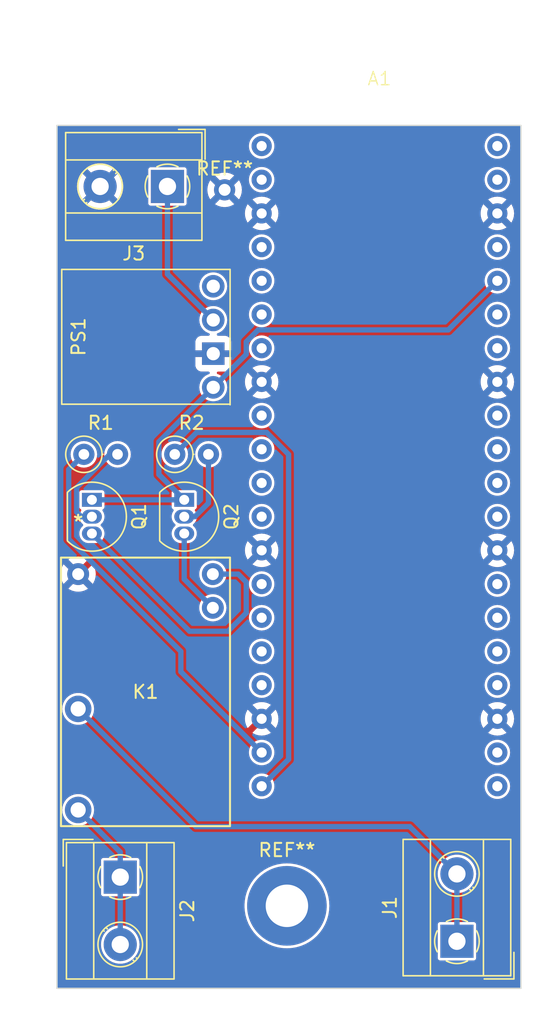
<source format=kicad_pcb>
(kicad_pcb (version 20221018) (generator pcbnew)
  (layers (0 "F.Cu" signal) (31 "B.Cu" signal) (34 "B.Paste" user) (35 "F.Paste" user) (36 "B.SilkS" user "B.Silkscreen") (37 "F.SilkS" user "F.Silkscreen") (38 "B.Mask" user) (39 "F.Mask" user) (44 "Edge.Cuts" user))
  (net 0 "")
  (net 3 "/SIG_IN")
  (net 8 "/SIG_OUT")
  (net 17 "/SET")
  (net 18 "/RESET")
  (net 31 "/3V3")
  (net 33 "/GND")
  (net 36 "/RESET_RELAY")
  (net 37 "/SET_RELAY")
  (net 38 "Net-(Q1-B)")
  (net 39 "Net-(Q2-B)")
  (net 41 "/VIN")
  (footprint "twyleg-connectors:TerminalBlock_MetzConnect_Type101_RT01602HBWC_1x02_P5.08mm_Horizontal" (layer "F.Cu") (at 116.591 55.372 180)
    (fp_text reference "J3" (at 2.54 -5.06 180) (layer "F.SilkS"))
    (fp_text value "Screw_Terminal_01x02")
    (fp_line (start -2.84 2.06) (end -2.84 4.3) (stroke (width 0.12)) (layer "F.SilkS"))
    (fp_line (start -2.84 4.3) (end -0.84 4.3) (stroke (width 0.12)) (layer "F.SilkS"))
    (fp_line (start -2.6 -4.06) (end -2.6 4.06) (stroke (width 0.12)) (layer "F.SilkS"))
    (fp_line (start -2.6 -4.06) (end 7.68 -4.06) (stroke (width 0.12)) (layer "F.SilkS"))
    (fp_line (start -2.6 -2) (end 7.68 -2) (stroke (width 0.12)) (layer "F.SilkS"))
    (fp_line (start -2.6 2) (end 7.68 2) (stroke (width 0.12)) (layer "F.SilkS"))
    (fp_line (start -2.6 4.06) (end 7.68 4.06) (stroke (width 0.12)) (layer "F.SilkS"))
    (fp_line (start 3.9 0.976) (end 3.806 1.069) (stroke (width 0.12)) (layer "F.SilkS"))
    (fp_line (start 4.07 1.216) (end 4.011 1.274) (stroke (width 0.12)) (layer "F.SilkS"))
    (fp_line (start 6.15 -1.275) (end 6.091 -1.216) (stroke (width 0.12)) (layer "F.SilkS"))
    (fp_line (start 6.355 -1.069) (end 6.261 -0.976) (stroke (width 0.12)) (layer "F.SilkS"))
    (fp_line (start 7.68 -4.06) (end 7.68 4.06) (stroke (width 0.12)) (layer "F.SilkS"))
    (fp_arc (start -1.483953 0.789089) (mid -1.680708 0.00005) (end -1.484 -0.789) (stroke (width 0.12)) (layer "F.SilkS"))
    (fp_arc (start -0.789089 -1.483953) (mid -0.00005 -1.680708) (end 0.789 -1.484) (stroke (width 0.12)) (layer "F.SilkS"))
    (fp_arc (start 0.029383 1.68045) (mid -0.392304 1.634281) (end -0.789 1.484) (stroke (width 0.12)) (layer "F.SilkS"))
    (fp_arc (start 0.788712 1.483352) (mid 0.406429 1.630097) (end 0 1.68) (stroke (width 0.12)) (layer "F.SilkS"))
    (fp_arc (start 1.483953 -0.789089) (mid 1.680708 -0.00005) (end 1.484 0.789) (stroke (width 0.12)) (layer "F.SilkS"))
    (fp_circle (center 5.08 0) (end 6.76 0) (stroke (width 0.12)) (fill none) (layer "F.SilkS"))
    (pad "1" thru_hole rect (at 0 0 180) (size 2.5 2.5) (drill 1.3) (layers "*.Cu" "*.Mask") (net 41 "/VIN"))
    (pad "2" thru_hole circle (at 5.08 0 180) (size 2.5 2.5) (drill 1.3) (layers "*.Cu" "*.Mask") (net 33 "/GND"))
  )
  (footprint "twyleg-misc:via_0.9" (layer "F.Cu") (at 120.904 55.626)
    (fp_text reference "REF**" (at 0 -1.6) (layer "F.SilkS"))
    (fp_text value "via_0.9")
    (pad "" thru_hole circle (at 0 0) (size 1.6 1.6) (drill 0.9) (layers "*.Cu" "*.Mask") (net 33 "/GND"))
  )
  (footprint "Resistor_THT:R_Axial_DIN0207_L6.3mm_D2.5mm_P2.54mm_Vertical" (layer "F.Cu") (at 117.144 75.565)
    (fp_text reference "R2" (at 1.27 -2.37) (layer "F.SilkS"))
    (fp_text value "1K")
    (fp_line (start 1.37 0) (end 1.44 0) (stroke (width 0.12)) (layer "F.SilkS"))
    (fp_circle (center 0 0) (end 1.37 0) (stroke (width 0.12)) (fill none) (layer "F.SilkS"))
    (pad "1" thru_hole circle (at 0 0) (size 1.6 1.6) (drill 0.8) (layers "*.Cu" "*.Mask") (net 18 "/RESET"))
    (pad "2" thru_hole oval (at 2.54 0) (size 1.6 1.6) (drill 0.8) (layers "*.Cu" "*.Mask") (net 39 "Net-(Q2-B)"))
  )
  (footprint "twyleg-mechanical:MountingHole_3.2mm_M3" (layer "F.Cu") (at 125.603 109.601)
    (fp_text reference "REF**" (at 0 -4.2) (layer "F.SilkS"))
    (fp_text value "MP_MountingHole_3.2mm_M3" hide)
    (pad "" np_thru_hole circle (at 0 0) (size 6 6) (drill 3.2) (layers "F&B.Cu" "*.Mask"))
  )
  (footprint "Resistor_THT:R_Axial_DIN0207_L6.3mm_D2.5mm_P2.54mm_Vertical" (layer "F.Cu") (at 110.286 75.565)
    (fp_text reference "R1" (at 1.27 -2.37) (layer "F.SilkS"))
    (fp_text value "1K")
    (fp_line (start 1.37 0) (end 1.44 0) (stroke (width 0.12)) (layer "F.SilkS"))
    (fp_circle (center 0 0) (end 1.37 0) (stroke (width 0.12)) (fill none) (layer "F.SilkS"))
    (pad "1" thru_hole circle (at 0 0) (size 1.6 1.6) (drill 0.8) (layers "*.Cu" "*.Mask") (net 17 "/SET"))
    (pad "2" thru_hole oval (at 2.54 0) (size 1.6 1.6) (drill 0.8) (layers "*.Cu" "*.Mask") (net 38 "Net-(Q1-B)"))
  )
  (footprint "Package_TO_SOT_THT:TO-92_Inline" (layer "F.Cu") (at 117.856 78.994 -90)
    (fp_text reference "Q2" (at 1.27 -3.56 90) (layer "F.SilkS"))
    (fp_text value "BC337")
    (fp_line (start -0.53 1.85) (end 3.07 1.85) (stroke (width 0.12)) (layer "F.SilkS"))
    (fp_arc (start -0.568478 1.838478) (mid -1.132087 -0.994977) (end 1.27 -2.6) (stroke (width 0.12)) (layer "F.SilkS"))
    (fp_arc (start 1.27 -2.6) (mid 3.672087 -0.994977) (end 3.108478 1.838478) (stroke (width 0.12)) (layer "F.SilkS"))
    (pad "1" thru_hole rect (at 0 0 270) (size 1.05 1.5) (drill 0.75) (layers "*.Cu" "*.Mask") (net 31 "/3V3"))
    (pad "2" thru_hole oval (at 1.27 0 270) (size 1.05 1.5) (drill 0.75) (layers "*.Cu" "*.Mask") (net 39 "Net-(Q2-B)"))
    (pad "3" thru_hole oval (at 2.54 0 270) (size 1.05 1.5) (drill 0.75) (layers "*.Cu" "*.Mask") (net 36 "/RESET_RELAY"))
  )
  (footprint "twyleg-voltage-regulators:Pololu-D24V5F3-Dev" (layer "F.Cu") (at 121.317 71.787 90)
    (fp_text reference "PS1" (at 5.08 -11.43 90 unlocked) (layer "F.SilkS"))
    (fp_text value "Pololu-D24V5F3")
    (fp_line (start -0.04 0) (end 10.16 0) (stroke (width 0.12)) (layer "F.SilkS"))
    (fp_line (start 0 -12.7) (end 0 0) (stroke (width 0.12)) (layer "F.SilkS"))
    (fp_line (start 10.16 -12.7) (end 0 -12.7) (stroke (width 0.12)) (layer "F.SilkS"))
    (fp_line (start 10.16 0) (end 10.16 -12.7) (stroke (width 0.12)) (layer "F.SilkS"))
    (pad "1" thru_hole circle (at 8.89 -1.27 90) (size 1.7 1.7) (drill 1) (layers "*.Cu" "*.Mask"))
    (pad "2" thru_hole oval (at 6.35 -1.27 90) (size 1.7 1.7) (drill 1) (layers "*.Cu" "*.Mask") (net 41 "/VIN"))
    (pad "3" thru_hole rect (at 3.81 -1.27 90) (size 1.7 1.7) (drill 1) (layers "*.Cu" "*.Mask") (net 33 "/GND"))
    (pad "4" thru_hole circle (at 1.27 -1.27 90) (size 1.7 1.7) (drill 1) (layers "*.Cu" "*.Mask") (net 31 "/3V3"))
  )
  (footprint "Package_TO_SOT_THT:TO-92_Inline" (layer "F.Cu") (at 110.892 78.994 -90)
    (fp_text reference "Q1" (at 1.27 -3.56 90) (layer "F.SilkS"))
    (fp_text value "BC337")
    (fp_line (start -0.53 1.85) (end 3.07 1.85) (stroke (width 0.12)) (layer "F.SilkS"))
    (fp_arc (start -0.568478 1.838478) (mid -1.132087 -0.994977) (end 1.27 -2.6) (stroke (width 0.12)) (layer "F.SilkS"))
    (fp_arc (start 1.27 -2.6) (mid 3.672087 -0.994977) (end 3.108478 1.838478) (stroke (width 0.12)) (layer "F.SilkS"))
    (pad "1" thru_hole rect (at 0 0 270) (size 1.05 1.5) (drill 0.75) (layers "*.Cu" "*.Mask") (net 31 "/3V3"))
    (pad "2" thru_hole oval (at 1.27 0 270) (size 1.05 1.5) (drill 0.75) (layers "*.Cu" "*.Mask") (net 38 "Net-(Q1-B)"))
    (pad "3" thru_hole oval (at 2.54 0 270) (size 1.05 1.5) (drill 0.75) (layers "*.Cu" "*.Mask") (net 37 "/SET_RELAY"))
  )
  (footprint "twyleg-misc:Relay_Panasonic_AW3211F_THT" (layer "F.Cu") (at 109.855 84.5947)
    (fp_text reference "K1" (at 5.08 8.8773 unlocked) (layer "F.SilkS"))
    (fp_text value "AW3211F")
    (fp_text user "*" (at 0 -3.928533 unlocked) (layer "F.SilkS"))
    (fp_text user "*" (at 0 -3.928533 unlocked) (layer "F.SilkS"))
    (fp_line (start -1.2954 -1.2446) (end -1.2954 18.9992) (stroke (width 0.1524)) (layer "F.SilkS"))
    (fp_line (start -1.2954 18.9992) (end 11.4554 18.9992) (stroke (width 0.1524)) (layer "F.SilkS"))
    (fp_line (start 11.4554 -1.2446) (end -1.2954 -1.2446) (stroke (width 0.1524)) (layer "F.SilkS"))
    (fp_line (start 11.4554 18.9992) (end 11.4554 -1.2446) (stroke (width 0.1524)) (layer "F.SilkS"))
    (pad "1" thru_hole circle (at 0 0) (size 1.651 1.651) (drill 0.9) (layers "*.Cu" "*.Mask") (net 33 "/GND"))
    (pad "3" thru_hole circle (at 0 10.16) (size 2 2) (drill 1.143) (layers "*.Cu" "*.Mask") (net 3 "/SIG_IN"))
    (pad "4" thru_hole circle (at 0 17.78) (size 2 2) (drill 1.143) (layers "*.Cu" "*.Mask") (net 8 "/SIG_OUT"))
    (pad "5" thru_hole circle (at 10.16 2.54) (size 1.651 1.651) (drill 0.9) (layers "*.Cu" "*.Mask") (net 36 "/RESET_RELAY"))
    (pad "6" thru_hole circle (at 10.16 0) (size 1.651 1.651) (drill 0.9) (layers "*.Cu" "*.Mask") (net 37 "/SET_RELAY"))
  )
  (footprint "twyleg-connectors:TerminalBlock_MetzConnect_Type101_RT01602HBWC_1x02_P5.08mm_Horizontal" (layer "F.Cu") (at 138.43 112.273 90)
    (fp_text reference "J1" (at 2.54 -5.06 90) (layer "F.SilkS"))
    (fp_text value "Screw_Terminal_01x02")
    (fp_line (start -2.84 2.06) (end -2.84 4.3) (stroke (width 0.12)) (layer "F.SilkS"))
    (fp_line (start -2.84 4.3) (end -0.84 4.3) (stroke (width 0.12)) (layer "F.SilkS"))
    (fp_line (start -2.6 -4.06) (end -2.6 4.06) (stroke (width 0.12)) (layer "F.SilkS"))
    (fp_line (start -2.6 -4.06) (end 7.68 -4.06) (stroke (width 0.12)) (layer "F.SilkS"))
    (fp_line (start -2.6 -2) (end 7.68 -2) (stroke (width 0.12)) (layer "F.SilkS"))
    (fp_line (start -2.6 2) (end 7.68 2) (stroke (width 0.12)) (layer "F.SilkS"))
    (fp_line (start -2.6 4.06) (end 7.68 4.06) (stroke (width 0.12)) (layer "F.SilkS"))
    (fp_line (start 3.9 0.976) (end 3.806 1.069) (stroke (width 0.12)) (layer "F.SilkS"))
    (fp_line (start 4.07 1.216) (end 4.011 1.274) (stroke (width 0.12)) (layer "F.SilkS"))
    (fp_line (start 6.15 -1.275) (end 6.091 -1.216) (stroke (width 0.12)) (layer "F.SilkS"))
    (fp_line (start 6.355 -1.069) (end 6.261 -0.976) (stroke (width 0.12)) (layer "F.SilkS"))
    (fp_line (start 7.68 -4.06) (end 7.68 4.06) (stroke (width 0.12)) (layer "F.SilkS"))
    (fp_arc (start -1.483953 0.789089) (mid -1.680708 0.00005) (end -1.484 -0.789) (stroke (width 0.12)) (layer "F.SilkS"))
    (fp_arc (start -0.789089 -1.483953) (mid -0.00005 -1.680708) (end 0.789 -1.484) (stroke (width 0.12)) (layer "F.SilkS"))
    (fp_arc (start 0.029383 1.68045) (mid -0.392304 1.634281) (end -0.789 1.484) (stroke (width 0.12)) (layer "F.SilkS"))
    (fp_arc (start 0.788712 1.483352) (mid 0.406429 1.630097) (end 0 1.68) (stroke (width 0.12)) (layer "F.SilkS"))
    (fp_arc (start 1.483953 -0.789089) (mid 1.680708 -0.00005) (end 1.484 0.789) (stroke (width 0.12)) (layer "F.SilkS"))
    (fp_circle (center 5.08 0) (end 6.76 0) (stroke (width 0.12)) (fill none) (layer "F.SilkS"))
    (pad "1" thru_hole rect (at 0 0 90) (size 2.5 2.5) (drill 1.3) (layers "*.Cu" "*.Mask") (net 3 "/SIG_IN"))
    (pad "2" thru_hole circle (at 5.08 0 90) (size 2.5 2.5) (drill 1.3) (layers "*.Cu" "*.Mask") (net 3 "/SIG_IN"))
  )
  (footprint "twyleg-board-connectors:RaspberryPiPico-THT-Dev" (layer "F.Cu") (at 132.588 52.324)
    (fp_text reference "A1" (at 0 -5.08 unlocked) (layer "F.SilkS") (effects (font (thickness 0.1))))
    (fp_text value "RaspberryPi-Pico")
    (pad "1" thru_hole circle (at -8.89 0) (size 1.524 1.524) (drill 0.762) (layers "*.Cu" "*.Mask"))
    (pad "2" thru_hole circle (at -8.89 2.54) (size 1.524 1.524) (drill 0.762) (layers "*.Cu" "*.Mask"))
    (pad "3" thru_hole circle (at -8.89 5.08) (size 1.524 1.524) (drill 0.762) (layers "*.Cu" "*.Mask") (net 33 "/GND"))
    (pad "4" thru_hole circle (at -8.89 7.62) (size 1.524 1.524) (drill 0.762) (layers "*.Cu" "*.Mask"))
    (pad "5" thru_hole circle (at -8.89 10.16) (size 1.524 1.524) (drill 0.762) (layers "*.Cu" "*.Mask"))
    (pad "6" thru_hole circle (at -8.89 12.7) (size 1.524 1.524) (drill 0.762) (layers "*.Cu" "*.Mask"))
    (pad "7" thru_hole circle (at -8.89 15.24) (size 1.524 1.524) (drill 0.762) (layers "*.Cu" "*.Mask"))
    (pad "8" thru_hole circle (at -8.89 17.78) (size 1.524 1.524) (drill 0.762) (layers "*.Cu" "*.Mask") (net 33 "/GND"))
    (pad "9" thru_hole circle (at -8.89 20.32) (size 1.524 1.524) (drill 0.762) (layers "*.Cu" "*.Mask"))
    (pad "10" thru_hole circle (at -8.89 22.86) (size 1.524 1.524) (drill 0.762) (layers "*.Cu" "*.Mask"))
    (pad "11" thru_hole circle (at -8.89 25.4) (size 1.524 1.524) (drill 0.762) (layers "*.Cu" "*.Mask"))
    (pad "12" thru_hole circle (at -8.89 27.94) (size 1.524 1.524) (drill 0.762) (layers "*.Cu" "*.Mask"))
    (pad "13" thru_hole circle (at -8.89 30.48) (size 1.524 1.524) (drill 0.762) (layers "*.Cu" "*.Mask") (net 33 "/GND"))
    (pad "14" thru_hole circle (at -8.89 33.02) (size 1.524 1.524) (drill 0.762) (layers "*.Cu" "*.Mask"))
    (pad "15" thru_hole circle (at -8.89 35.56) (size 1.524 1.524) (drill 0.762) (layers "*.Cu" "*.Mask"))
    (pad "16" thru_hole circle (at -8.89 38.1) (size 1.524 1.524) (drill 0.762) (layers "*.Cu" "*.Mask"))
    (pad "17" thru_hole circle (at -8.89 40.64) (size 1.524 1.524) (drill 0.762) (layers "*.Cu" "*.Mask"))
    (pad "18" thru_hole circle (at -8.89 43.18) (size 1.524 1.524) (drill 0.762) (layers "*.Cu" "*.Mask") (net 33 "/GND"))
    (pad "19" thru_hole circle (at -8.89 45.72) (size 1.524 1.524) (drill 0.762) (layers "*.Cu" "*.Mask") (net 17 "/SET"))
    (pad "20" thru_hole circle (at -8.89 48.26) (size 1.524 1.524) (drill 0.762) (layers "*.Cu" "*.Mask") (net 18 "/RESET"))
    (pad "21" thru_hole circle (at 8.89 48.26 180) (size 1.524 1.524) (drill 0.762) (layers "*.Cu" "*.Mask"))
    (pad "22" thru_hole circle (at 8.89 45.72 180) (size 1.524 1.524) (drill 0.762) (layers "*.Cu" "*.Mask"))
    (pad "23" thru_hole circle (at 8.89 43.18 180) (size 1.524 1.524) (drill 0.762) (layers "*.Cu" "*.Mask") (net 33 "/GND"))
    (pad "24" thru_hole circle (at 8.89 40.64 180) (size 1.524 1.524) (drill 0.762) (layers "*.Cu" "*.Mask"))
    (pad "25" thru_hole circle (at 8.89 38.1 180) (size 1.524 1.524) (drill 0.762) (layers "*.Cu" "*.Mask"))
    (pad "26" thru_hole circle (at 8.89 35.56 180) (size 1.524 1.524) (drill 0.762) (layers "*.Cu" "*.Mask"))
    (pad "27" thru_hole circle (at 8.89 33.02 180) (size 1.524 1.524) (drill 0.762) (layers "*.Cu" "*.Mask"))
    (pad "28" thru_hole circle (at 8.89 30.48 180) (size 1.524 1.524) (drill 0.762) (layers "*.Cu" "*.Mask") (net 33 "/GND"))
    (pad "29" thru_hole circle (at 8.89 27.94 180) (size 1.524 1.524) (drill 0.762) (layers "*.Cu" "*.Mask"))
    (pad "30" thru_hole circle (at 8.89 25.4 180) (size 1.524 1.524) (drill 0.762) (layers "*.Cu" "*.Mask"))
    (pad "31" thru_hole circle (at 8.89 22.86 180) (size 1.524 1.524) (drill 0.762) (layers "*.Cu" "*.Mask"))
    (pad "32" thru_hole circle (at 8.89 20.32 180) (size 1.524 1.524) (drill 0.762) (layers "*.Cu" "*.Mask"))
    (pad "33" thru_hole circle (at 8.89 17.78 180) (size 1.524 1.524) (drill 0.762) (layers "*.Cu" "*.Mask") (net 33 "/GND"))
    (pad "34" thru_hole circle (at 8.89 15.24 180) (size 1.524 1.524) (drill 0.762) (layers "*.Cu" "*.Mask"))
    (pad "35" thru_hole circle (at 8.89 12.7 180) (size 1.524 1.524) (drill 0.762) (layers "*.Cu" "*.Mask"))
    (pad "36" thru_hole circle (at 8.89 10.16 180) (size 1.524 1.524) (drill 0.762) (layers "*.Cu" "*.Mask") (net 31 "/3V3"))
    (pad "37" thru_hole circle (at 8.89 7.62 180) (size 1.524 1.524) (drill 0.762) (layers "*.Cu" "*.Mask"))
    (pad "38" thru_hole circle (at 8.89 5.08 180) (size 1.524 1.524) (drill 0.762) (layers "*.Cu" "*.Mask") (net 33 "/GND"))
    (pad "39" thru_hole circle (at 8.89 2.54 180) (size 1.524 1.524) (drill 0.762) (layers "*.Cu" "*.Mask"))
    (pad "40" thru_hole circle (at 8.89 0 180) (size 1.524 1.524) (drill 0.762) (layers "*.Cu" "*.Mask"))
  )
  (footprint "twyleg-connectors:TerminalBlock_MetzConnect_Type101_RT01602HBWC_1x02_P5.08mm_Horizontal" (layer "F.Cu") (at 113.03 107.437 -90)
    (fp_text reference "J2" (at 2.54 -5.06 -90) (layer "F.SilkS"))
    (fp_text value "Screw_Terminal_01x02")
    (fp_line (start -2.84 2.06) (end -2.84 4.3) (stroke (width 0.12)) (layer "F.SilkS"))
    (fp_line (start -2.84 4.3) (end -0.84 4.3) (stroke (width 0.12)) (layer "F.SilkS"))
    (fp_line (start -2.6 -4.06) (end -2.6 4.06) (stroke (width 0.12)) (layer "F.SilkS"))
    (fp_line (start -2.6 -4.06) (end 7.68 -4.06) (stroke (width 0.12)) (layer "F.SilkS"))
    (fp_line (start -2.6 -2) (end 7.68 -2) (stroke (width 0.12)) (layer "F.SilkS"))
    (fp_line (start -2.6 2) (end 7.68 2) (stroke (width 0.12)) (layer "F.SilkS"))
    (fp_line (start -2.6 4.06) (end 7.68 4.06) (stroke (width 0.12)) (layer "F.SilkS"))
    (fp_line (start 3.9 0.976) (end 3.806 1.069) (stroke (width 0.12)) (layer "F.SilkS"))
    (fp_line (start 4.07 1.216) (end 4.011 1.274) (stroke (width 0.12)) (layer "F.SilkS"))
    (fp_line (start 6.15 -1.275) (end 6.091 -1.216) (stroke (width 0.12)) (layer "F.SilkS"))
    (fp_line (start 6.355 -1.069) (end 6.261 -0.976) (stroke (width 0.12)) (layer "F.SilkS"))
    (fp_line (start 7.68 -4.06) (end 7.68 4.06) (stroke (width 0.12)) (layer "F.SilkS"))
    (fp_arc (start -1.483953 0.789089) (mid -1.680708 0.00005) (end -1.484 -0.789) (stroke (width 0.12)) (layer "F.SilkS"))
    (fp_arc (start -0.789089 -1.483953) (mid -0.00005 -1.680708) (end 0.789 -1.484) (stroke (width 0.12)) (layer "F.SilkS"))
    (fp_arc (start 0.029383 1.68045) (mid -0.392304 1.634281) (end -0.789 1.484) (stroke (width 0.12)) (layer "F.SilkS"))
    (fp_arc (start 0.788712 1.483352) (mid 0.406429 1.630097) (end 0 1.68) (stroke (width 0.12)) (layer "F.SilkS"))
    (fp_arc (start 1.483953 -0.789089) (mid 1.680708 -0.00005) (end 1.484 0.789) (stroke (width 0.12)) (layer "F.SilkS"))
    (fp_circle (center 5.08 0) (end 6.76 0) (stroke (width 0.12)) (fill none) (layer "F.SilkS"))
    (pad "1" thru_hole rect (at 0 0 270) (size 2.5 2.5) (drill 1.3) (layers "*.Cu" "*.Mask") (net 8 "/SIG_OUT"))
    (pad "2" thru_hole circle (at 5.08 0 270) (size 2.5 2.5) (drill 1.3) (layers "*.Cu" "*.Mask") (net 8 "/SIG_OUT"))
  )
  (gr_rect (start 108.256 50.772) (end 143.256 115.8214) (stroke (width 0.1)) (fill none) (layer "Edge.Cuts"))
  (segment (start 134.869 103.632) (end 138.43 107.193) (width 0.4) (layer "B.Cu") (net 3))
  (segment (start 118.7323 103.632) (end 134.869 103.632) (width 0.4) (layer "B.Cu") (net 3))
  (segment (start 138.43 112.273) (end 138.43 107.193) (width 0.4) (layer "B.Cu") (net 3))
  (segment (start 109.855 94.7547) (end 118.7323 103.632) (width 0.4) (layer "B.Cu") (net 3))
  (segment (start 113.03 105.5497) (end 109.855 102.3747) (width 0.4) (layer "B.Cu") (net 8))
  (segment (start 113.03 112.517) (end 113.03 107.437) (width 0.4) (layer "B.Cu") (net 8))
  (segment (start 113.03 107.437) (end 113.03 105.5497) (width 0.4) (layer "B.Cu") (net 8))
  (segment (start 110.286 75.565) (end 109.142 76.709) (width 0.4) (layer "B.Cu") (net 17))
  (segment (start 109.142 76.709) (end 109.142 81.964) (width 0.4) (layer "B.Cu") (net 17))
  (segment (start 117.602 90.424) (end 117.602 91.948) (width 0.4) (layer "B.Cu") (net 17))
  (segment (start 117.602 91.948) (end 123.698 98.044) (width 0.4) (layer "B.Cu") (net 17))
  (segment (start 109.142 81.964) (end 117.602 90.424) (width 0.4) (layer "B.Cu") (net 17))
  (segment (start 125.73 75.572683) (end 125.73 98.552) (width 0.4) (layer "B.Cu") (net 18))
  (segment (start 124.071317 73.914) (end 125.73 75.572683) (width 0.4) (layer "B.Cu") (net 18))
  (segment (start 118.795 73.914) (end 124.071317 73.914) (width 0.4) (layer "B.Cu") (net 18))
  (segment (start 117.144 75.565) (end 118.795 73.914) (width 0.4) (layer "B.Cu") (net 18))
  (segment (start 125.73 98.552) (end 123.698 100.584) (width 0.4) (layer "B.Cu") (net 18))
  (segment (start 120.047 70.517) (end 122.536 68.028) (width 0.4) (layer "B.Cu") (net 31))
  (segment (start 123.432683 66.186) (end 137.776 66.186) (width 0.4) (layer "B.Cu") (net 31))
  (segment (start 115.944 74.62) (end 120.047 70.517) (width 0.4) (layer "B.Cu") (net 31))
  (segment (start 122.536 68.028) (end 122.536 67.082683) (width 0.4) (layer "B.Cu") (net 31))
  (segment (start 137.776 66.186) (end 141.478 62.484) (width 0.4) (layer "B.Cu") (net 31))
  (segment (start 122.536 67.082683) (end 123.432683 66.186) (width 0.4) (layer "B.Cu") (net 31))
  (segment (start 110.892 78.994) (end 117.856 78.994) (width 0.4) (layer "B.Cu") (net 31))
  (segment (start 117.856 78.994) (end 115.944 77.082) (width 0.4) (layer "B.Cu") (net 31))
  (segment (start 115.944 77.082) (end 115.944 74.62) (width 0.4) (layer "B.Cu") (net 31))
  (segment (start 117.856 81.534) (end 117.856 84.9757) (width 0.4) (layer "B.Cu") (net 36))
  (segment (start 117.856 84.9757) (end 120.015 87.1347) (width 0.4) (layer "B.Cu") (net 36))
  (segment (start 122.536 87.522) (end 122.536 85.198) (width 0.4) (layer "B.Cu") (net 37))
  (segment (start 121.158 88.9) (end 122.536 87.522) (width 0.4) (layer "B.Cu") (net 37))
  (segment (start 121.9327 84.5947) (end 120.015 84.5947) (width 0.4) (layer "B.Cu") (net 37))
  (segment (start 118.258 88.9) (end 121.158 88.9) (width 0.4) (layer "B.Cu") (net 37))
  (segment (start 110.892 81.534) (end 118.258 88.9) (width 0.4) (layer "B.Cu") (net 37))
  (segment (start 122.536 85.198) (end 121.9327 84.5947) (width 0.4) (layer "B.Cu") (net 37))
  (segment (start 109.742 79.919) (end 109.742 78.069) (width 0.4) (layer "B.Cu") (net 38))
  (segment (start 109.742 78.069) (end 112.246 75.565) (width 0.4) (layer "B.Cu") (net 38))
  (segment (start 110.087 80.264) (end 109.742 79.919) (width 0.4) (layer "B.Cu") (net 38))
  (segment (start 110.892 80.264) (end 110.087 80.264) (width 0.4) (layer "B.Cu") (net 38))
  (segment (start 112.246 75.565) (end 112.826 75.565) (width 0.4) (layer "B.Cu") (net 38))
  (segment (start 119.684 79.241) (end 119.684 75.565) (width 0.4) (layer "B.Cu") (net 39))
  (segment (start 118.661 80.264) (end 119.684 79.241) (width 0.4) (layer "B.Cu") (net 39))
  (segment (start 117.856 80.264) (end 118.661 80.264) (width 0.4) (layer "B.Cu") (net 39))
  (segment (start 116.591 61.981) (end 120.047 65.437) (width 0.4) (layer "B.Cu") (net 41))
  (segment (start 116.591 55.372) (end 116.591 61.981) (width 0.4) (layer "B.Cu") (net 41))
  (zone (net 33) (net_name "/GND") (layers "F&B.Cu") (name "GND") (connect_pads (clearance 0.2)) (min_thickness 0.2) (fill yes (thermal_gap 0.5) (thermal_bridge_width 0.5))
    (polygon (pts (xy 108.2548 50.7746) (xy 143.2814 50.7238) (xy 143.256 115.7986) (xy 108.2548 115.824)))
  )
)
</source>
